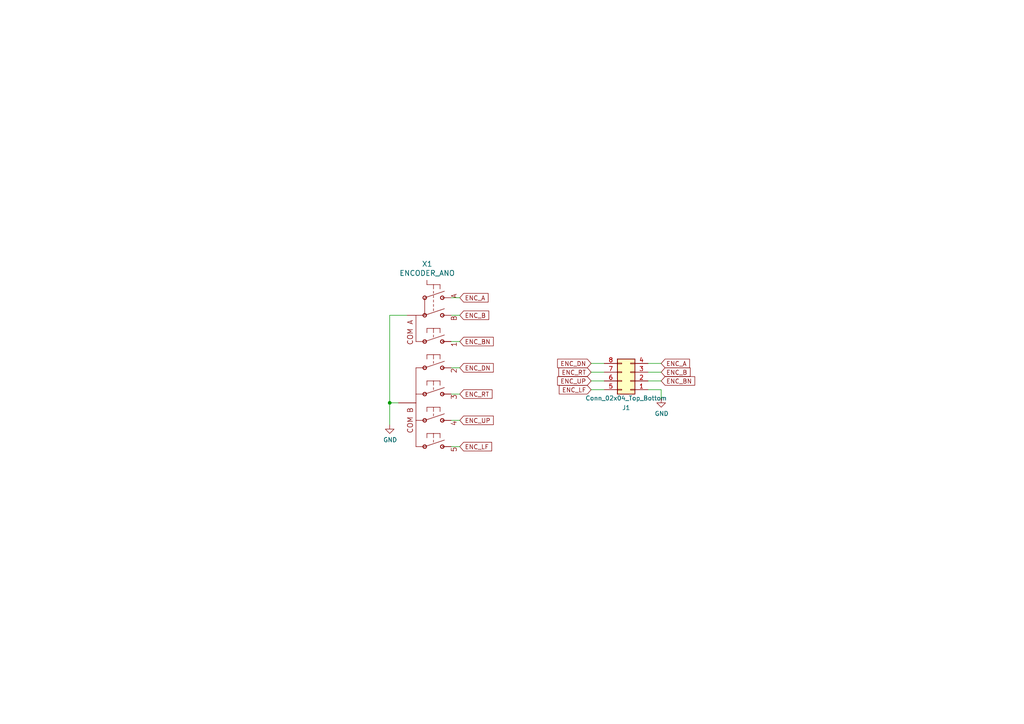
<source format=kicad_sch>
(kicad_sch (version 20211123) (generator eeschema)

  (uuid de677957-810a-4edb-90e4-84b5adf3c8f1)

  (paper "A4")

  (lib_symbols
    (symbol "Connector_Generic:Conn_02x04_Top_Bottom" (pin_names (offset 1.016) hide) (in_bom yes) (on_board yes)
      (property "Reference" "J" (id 0) (at 1.27 5.08 0)
        (effects (font (size 1.27 1.27)))
      )
      (property "Value" "Conn_02x04_Top_Bottom" (id 1) (at 1.27 -7.62 0)
        (effects (font (size 1.27 1.27)))
      )
      (property "Footprint" "" (id 2) (at 0 0 0)
        (effects (font (size 1.27 1.27)) hide)
      )
      (property "Datasheet" "~" (id 3) (at 0 0 0)
        (effects (font (size 1.27 1.27)) hide)
      )
      (property "ki_keywords" "connector" (id 4) (at 0 0 0)
        (effects (font (size 1.27 1.27)) hide)
      )
      (property "ki_description" "Generic connector, double row, 02x04, top/bottom pin numbering scheme (row 1: 1...pins_per_row, row2: pins_per_row+1 ... num_pins), script generated (kicad-library-utils/schlib/autogen/connector/)" (id 5) (at 0 0 0)
        (effects (font (size 1.27 1.27)) hide)
      )
      (property "ki_fp_filters" "Connector*:*_2x??_*" (id 6) (at 0 0 0)
        (effects (font (size 1.27 1.27)) hide)
      )
      (symbol "Conn_02x04_Top_Bottom_1_1"
        (rectangle (start -1.27 -4.953) (end 0 -5.207)
          (stroke (width 0.1524) (type default) (color 0 0 0 0))
          (fill (type none))
        )
        (rectangle (start -1.27 -2.413) (end 0 -2.667)
          (stroke (width 0.1524) (type default) (color 0 0 0 0))
          (fill (type none))
        )
        (rectangle (start -1.27 0.127) (end 0 -0.127)
          (stroke (width 0.1524) (type default) (color 0 0 0 0))
          (fill (type none))
        )
        (rectangle (start -1.27 2.667) (end 0 2.413)
          (stroke (width 0.1524) (type default) (color 0 0 0 0))
          (fill (type none))
        )
        (rectangle (start -1.27 3.81) (end 3.81 -6.35)
          (stroke (width 0.254) (type default) (color 0 0 0 0))
          (fill (type background))
        )
        (rectangle (start 3.81 -4.953) (end 2.54 -5.207)
          (stroke (width 0.1524) (type default) (color 0 0 0 0))
          (fill (type none))
        )
        (rectangle (start 3.81 -2.413) (end 2.54 -2.667)
          (stroke (width 0.1524) (type default) (color 0 0 0 0))
          (fill (type none))
        )
        (rectangle (start 3.81 0.127) (end 2.54 -0.127)
          (stroke (width 0.1524) (type default) (color 0 0 0 0))
          (fill (type none))
        )
        (rectangle (start 3.81 2.667) (end 2.54 2.413)
          (stroke (width 0.1524) (type default) (color 0 0 0 0))
          (fill (type none))
        )
        (pin passive line (at -5.08 2.54 0) (length 3.81)
          (name "Pin_1" (effects (font (size 1.27 1.27))))
          (number "1" (effects (font (size 1.27 1.27))))
        )
        (pin passive line (at -5.08 0 0) (length 3.81)
          (name "Pin_2" (effects (font (size 1.27 1.27))))
          (number "2" (effects (font (size 1.27 1.27))))
        )
        (pin passive line (at -5.08 -2.54 0) (length 3.81)
          (name "Pin_3" (effects (font (size 1.27 1.27))))
          (number "3" (effects (font (size 1.27 1.27))))
        )
        (pin passive line (at -5.08 -5.08 0) (length 3.81)
          (name "Pin_4" (effects (font (size 1.27 1.27))))
          (number "4" (effects (font (size 1.27 1.27))))
        )
        (pin passive line (at 7.62 2.54 180) (length 3.81)
          (name "Pin_5" (effects (font (size 1.27 1.27))))
          (number "5" (effects (font (size 1.27 1.27))))
        )
        (pin passive line (at 7.62 0 180) (length 3.81)
          (name "Pin_6" (effects (font (size 1.27 1.27))))
          (number "6" (effects (font (size 1.27 1.27))))
        )
        (pin passive line (at 7.62 -2.54 180) (length 3.81)
          (name "Pin_7" (effects (font (size 1.27 1.27))))
          (number "7" (effects (font (size 1.27 1.27))))
        )
        (pin passive line (at 7.62 -5.08 180) (length 3.81)
          (name "Pin_8" (effects (font (size 1.27 1.27))))
          (number "8" (effects (font (size 1.27 1.27))))
        )
      )
    )
    (symbol "power:GND" (power) (pin_names (offset 0)) (in_bom yes) (on_board yes)
      (property "Reference" "#PWR" (id 0) (at 0 -6.35 0)
        (effects (font (size 1.27 1.27)) hide)
      )
      (property "Value" "GND" (id 1) (at 0 -3.81 0)
        (effects (font (size 1.27 1.27)))
      )
      (property "Footprint" "" (id 2) (at 0 0 0)
        (effects (font (size 1.27 1.27)) hide)
      )
      (property "Datasheet" "" (id 3) (at 0 0 0)
        (effects (font (size 1.27 1.27)) hide)
      )
      (property "ki_keywords" "power-flag" (id 4) (at 0 0 0)
        (effects (font (size 1.27 1.27)) hide)
      )
      (property "ki_description" "Power symbol creates a global label with name \"GND\" , ground" (id 5) (at 0 0 0)
        (effects (font (size 1.27 1.27)) hide)
      )
      (symbol "GND_0_1"
        (polyline
          (pts
            (xy 0 0)
            (xy 0 -1.27)
            (xy 1.27 -1.27)
            (xy 0 -2.54)
            (xy -1.27 -1.27)
            (xy 0 -1.27)
          )
          (stroke (width 0) (type default) (color 0 0 0 0))
          (fill (type none))
        )
      )
      (symbol "GND_1_1"
        (pin power_in line (at 0 0 270) (length 0) hide
          (name "GND" (effects (font (size 1.27 1.27))))
          (number "1" (effects (font (size 1.27 1.27))))
        )
      )
    )
    (symbol "thumbler-eagle-import:ENCODER_ANO" (pin_names (offset 1.016)) (in_bom yes) (on_board yes)
      (property "Reference" "X" (id 0) (at -1.905 13.97 0)
        (effects (font (size 1.4986 1.4986)) (justify left bottom))
      )
      (property "Value" "ENCODER_ANO" (id 1) (at -1.905 11.43 0)
        (effects (font (size 1.4986 1.4986)) (justify left bottom))
      )
      (property "Footprint" "" (id 2) (at 0 0 0)
        (effects (font (size 1.27 1.27)) hide)
      )
      (property "Datasheet" "" (id 3) (at 0 0 0)
        (effects (font (size 1.27 1.27)) hide)
      )
      (property "ki_locked" "" (id 4) (at 0 0 0)
        (effects (font (size 1.27 1.27)))
      )
      (symbol "ENCODER_ANO_1_0"
        (circle (center -2.54 -38.1) (radius 0.508)
          (stroke (width 0.254) (type default) (color 0 0 0 0))
          (fill (type none))
        )
        (circle (center -2.54 -30.48) (radius 0.508)
          (stroke (width 0.254) (type default) (color 0 0 0 0))
          (fill (type none))
        )
        (circle (center -2.54 -22.86) (radius 0.508)
          (stroke (width 0.254) (type default) (color 0 0 0 0))
          (fill (type none))
        )
        (circle (center -2.54 -15.24) (radius 0.508)
          (stroke (width 0.254) (type default) (color 0 0 0 0))
          (fill (type none))
        )
        (circle (center -2.54 -7.62) (radius 0.508)
          (stroke (width 0.254) (type default) (color 0 0 0 0))
          (fill (type none))
        )
        (circle (center -2.54 0) (radius 0.508)
          (stroke (width 0.254) (type default) (color 0 0 0 0))
          (fill (type none))
        )
        (circle (center -2.54 5.08) (radius 0.508)
          (stroke (width 0.254) (type default) (color 0 0 0 0))
          (fill (type none))
        )
        (polyline
          (pts
            (xy -5.08 -38.1)
            (xy -2.54 -38.1)
          )
          (stroke (width 0) (type default) (color 0 0 0 0))
          (fill (type none))
        )
        (polyline
          (pts
            (xy -5.08 -30.48)
            (xy -5.08 -38.1)
          )
          (stroke (width 0) (type default) (color 0 0 0 0))
          (fill (type none))
        )
        (polyline
          (pts
            (xy -5.08 -22.86)
            (xy -5.08 -30.48)
          )
          (stroke (width 0) (type default) (color 0 0 0 0))
          (fill (type none))
        )
        (polyline
          (pts
            (xy -5.08 -15.24)
            (xy -5.08 -22.86)
          )
          (stroke (width 0) (type default) (color 0 0 0 0))
          (fill (type none))
        )
        (polyline
          (pts
            (xy -5.08 -7.62)
            (xy -5.08 0)
          )
          (stroke (width 0) (type default) (color 0 0 0 0))
          (fill (type none))
        )
        (polyline
          (pts
            (xy -5.08 0)
            (xy -2.54 0)
          )
          (stroke (width 0) (type default) (color 0 0 0 0))
          (fill (type none))
        )
        (polyline
          (pts
            (xy -2.54 -38.1)
            (xy 3.175 -36.195)
          )
          (stroke (width 0) (type default) (color 0 0 0 0))
          (fill (type none))
        )
        (polyline
          (pts
            (xy -2.54 -30.48)
            (xy -5.08 -30.48)
          )
          (stroke (width 0) (type default) (color 0 0 0 0))
          (fill (type none))
        )
        (polyline
          (pts
            (xy -2.54 -30.48)
            (xy 3.175 -28.575)
          )
          (stroke (width 0) (type default) (color 0 0 0 0))
          (fill (type none))
        )
        (polyline
          (pts
            (xy -2.54 -22.86)
            (xy -5.08 -22.86)
          )
          (stroke (width 0) (type default) (color 0 0 0 0))
          (fill (type none))
        )
        (polyline
          (pts
            (xy -2.54 -22.86)
            (xy 3.175 -20.955)
          )
          (stroke (width 0) (type default) (color 0 0 0 0))
          (fill (type none))
        )
        (polyline
          (pts
            (xy -2.54 -15.24)
            (xy -5.08 -15.24)
          )
          (stroke (width 0) (type default) (color 0 0 0 0))
          (fill (type none))
        )
        (polyline
          (pts
            (xy -2.54 -15.24)
            (xy 3.175 -13.335)
          )
          (stroke (width 0) (type default) (color 0 0 0 0))
          (fill (type none))
        )
        (polyline
          (pts
            (xy -2.54 -7.62)
            (xy -5.08 -7.62)
          )
          (stroke (width 0) (type default) (color 0 0 0 0))
          (fill (type none))
        )
        (polyline
          (pts
            (xy -2.54 -7.62)
            (xy 3.175 -5.715)
          )
          (stroke (width 0) (type default) (color 0 0 0 0))
          (fill (type none))
        )
        (polyline
          (pts
            (xy -2.54 0)
            (xy -2.54 5.08)
          )
          (stroke (width 0) (type default) (color 0 0 0 0))
          (fill (type none))
        )
        (polyline
          (pts
            (xy -2.54 0)
            (xy 3.175 1.905)
          )
          (stroke (width 0) (type default) (color 0 0 0 0))
          (fill (type none))
        )
        (polyline
          (pts
            (xy -2.54 5.08)
            (xy 3.175 6.985)
          )
          (stroke (width 0) (type default) (color 0 0 0 0))
          (fill (type none))
        )
        (polyline
          (pts
            (xy -1.905 -34.29)
            (xy -1.905 -35.56)
          )
          (stroke (width 0) (type default) (color 0 0 0 0))
          (fill (type none))
        )
        (polyline
          (pts
            (xy -1.905 -26.67)
            (xy -1.905 -27.94)
          )
          (stroke (width 0) (type default) (color 0 0 0 0))
          (fill (type none))
        )
        (polyline
          (pts
            (xy -1.905 -19.05)
            (xy -1.905 -20.32)
          )
          (stroke (width 0) (type default) (color 0 0 0 0))
          (fill (type none))
        )
        (polyline
          (pts
            (xy -1.905 -11.43)
            (xy -1.905 -12.7)
          )
          (stroke (width 0) (type default) (color 0 0 0 0))
          (fill (type none))
        )
        (polyline
          (pts
            (xy -1.905 -3.81)
            (xy -1.905 -5.08)
          )
          (stroke (width 0) (type default) (color 0 0 0 0))
          (fill (type none))
        )
        (polyline
          (pts
            (xy -1.905 8.89)
            (xy -1.905 10.16)
          )
          (stroke (width 0) (type default) (color 0 0 0 0))
          (fill (type none))
        )
        (polyline
          (pts
            (xy 0 -36.195)
            (xy 0 -36.83)
          )
          (stroke (width 0) (type default) (color 0 0 0 0))
          (fill (type none))
        )
        (polyline
          (pts
            (xy 0 -34.29)
            (xy -1.905 -34.29)
          )
          (stroke (width 0) (type default) (color 0 0 0 0))
          (fill (type none))
        )
        (polyline
          (pts
            (xy 0 -34.29)
            (xy 0 -35.56)
          )
          (stroke (width 0) (type default) (color 0 0 0 0))
          (fill (type none))
        )
        (polyline
          (pts
            (xy 0 -28.575)
            (xy 0 -29.21)
          )
          (stroke (width 0) (type default) (color 0 0 0 0))
          (fill (type none))
        )
        (polyline
          (pts
            (xy 0 -26.67)
            (xy -1.905 -26.67)
          )
          (stroke (width 0) (type default) (color 0 0 0 0))
          (fill (type none))
        )
        (polyline
          (pts
            (xy 0 -26.67)
            (xy 0 -27.94)
          )
          (stroke (width 0) (type default) (color 0 0 0 0))
          (fill (type none))
        )
        (polyline
          (pts
            (xy 0 -20.955)
            (xy 0 -21.59)
          )
          (stroke (width 0) (type default) (color 0 0 0 0))
          (fill (type none))
        )
        (polyline
          (pts
            (xy 0 -19.05)
            (xy -1.905 -19.05)
          )
          (stroke (width 0) (type default) (color 0 0 0 0))
          (fill (type none))
        )
        (polyline
          (pts
            (xy 0 -19.05)
            (xy 0 -20.32)
          )
          (stroke (width 0) (type default) (color 0 0 0 0))
          (fill (type none))
        )
        (polyline
          (pts
            (xy 0 -13.335)
            (xy 0 -13.97)
          )
          (stroke (width 0) (type default) (color 0 0 0 0))
          (fill (type none))
        )
        (polyline
          (pts
            (xy 0 -11.43)
            (xy -1.905 -11.43)
          )
          (stroke (width 0) (type default) (color 0 0 0 0))
          (fill (type none))
        )
        (polyline
          (pts
            (xy 0 -11.43)
            (xy 0 -12.7)
          )
          (stroke (width 0) (type default) (color 0 0 0 0))
          (fill (type none))
        )
        (polyline
          (pts
            (xy 0 -5.715)
            (xy 0 -6.35)
          )
          (stroke (width 0) (type default) (color 0 0 0 0))
          (fill (type none))
        )
        (polyline
          (pts
            (xy 0 -3.81)
            (xy -1.905 -3.81)
          )
          (stroke (width 0) (type default) (color 0 0 0 0))
          (fill (type none))
        )
        (polyline
          (pts
            (xy 0 -3.81)
            (xy 0 -5.08)
          )
          (stroke (width 0) (type default) (color 0 0 0 0))
          (fill (type none))
        )
        (polyline
          (pts
            (xy 0 1.27)
            (xy 0 1.905)
          )
          (stroke (width 0) (type default) (color 0 0 0 0))
          (fill (type none))
        )
        (polyline
          (pts
            (xy 0 3.175)
            (xy 0 2.54)
          )
          (stroke (width 0) (type default) (color 0 0 0 0))
          (fill (type none))
        )
        (polyline
          (pts
            (xy 0 3.81)
            (xy 0 4.445)
          )
          (stroke (width 0) (type default) (color 0 0 0 0))
          (fill (type none))
        )
        (polyline
          (pts
            (xy 0 5.08)
            (xy 0 5.715)
          )
          (stroke (width 0) (type default) (color 0 0 0 0))
          (fill (type none))
        )
        (polyline
          (pts
            (xy 0 6.35)
            (xy 0 6.985)
          )
          (stroke (width 0) (type default) (color 0 0 0 0))
          (fill (type none))
        )
        (polyline
          (pts
            (xy 0 8.89)
            (xy -1.905 8.89)
          )
          (stroke (width 0) (type default) (color 0 0 0 0))
          (fill (type none))
        )
        (polyline
          (pts
            (xy 0 8.89)
            (xy 0 7.62)
          )
          (stroke (width 0) (type default) (color 0 0 0 0))
          (fill (type none))
        )
        (polyline
          (pts
            (xy 1.905 -34.29)
            (xy 0 -34.29)
          )
          (stroke (width 0) (type default) (color 0 0 0 0))
          (fill (type none))
        )
        (polyline
          (pts
            (xy 1.905 -34.29)
            (xy 1.905 -35.56)
          )
          (stroke (width 0) (type default) (color 0 0 0 0))
          (fill (type none))
        )
        (polyline
          (pts
            (xy 1.905 -26.67)
            (xy 0 -26.67)
          )
          (stroke (width 0) (type default) (color 0 0 0 0))
          (fill (type none))
        )
        (polyline
          (pts
            (xy 1.905 -26.67)
            (xy 1.905 -27.94)
          )
          (stroke (width 0) (type default) (color 0 0 0 0))
          (fill (type none))
        )
        (polyline
          (pts
            (xy 1.905 -19.05)
            (xy 0 -19.05)
          )
          (stroke (width 0) (type default) (color 0 0 0 0))
          (fill (type none))
        )
        (polyline
          (pts
            (xy 1.905 -19.05)
            (xy 1.905 -20.32)
          )
          (stroke (width 0) (type default) (color 0 0 0 0))
          (fill (type none))
        )
        (polyline
          (pts
            (xy 1.905 -11.43)
            (xy 0 -11.43)
          )
          (stroke (width 0) (type default) (color 0 0 0 0))
          (fill (type none))
        )
        (polyline
          (pts
            (xy 1.905 -11.43)
            (xy 1.905 -12.7)
          )
          (stroke (width 0) (type default) (color 0 0 0 0))
          (fill (type none))
        )
        (polyline
          (pts
            (xy 1.905 -3.81)
            (xy 0 -3.81)
          )
          (stroke (width 0) (type default) (color 0 0 0 0))
          (fill (type none))
        )
        (polyline
          (pts
            (xy 1.905 -3.81)
            (xy 1.905 -5.08)
          )
          (stroke (width 0) (type default) (color 0 0 0 0))
          (fill (type none))
        )
        (polyline
          (pts
            (xy 1.905 8.89)
            (xy 0 8.89)
          )
          (stroke (width 0) (type default) (color 0 0 0 0))
          (fill (type none))
        )
        (polyline
          (pts
            (xy 1.905 8.89)
            (xy 1.905 7.62)
          )
          (stroke (width 0) (type default) (color 0 0 0 0))
          (fill (type none))
        )
        (circle (center 2.54 -38.1) (radius 0.508)
          (stroke (width 0.254) (type default) (color 0 0 0 0))
          (fill (type none))
        )
        (circle (center 2.54 -30.48) (radius 0.508)
          (stroke (width 0.254) (type default) (color 0 0 0 0))
          (fill (type none))
        )
        (circle (center 2.54 -22.86) (radius 0.508)
          (stroke (width 0.254) (type default) (color 0 0 0 0))
          (fill (type none))
        )
        (circle (center 2.54 -15.24) (radius 0.508)
          (stroke (width 0.254) (type default) (color 0 0 0 0))
          (fill (type none))
        )
        (circle (center 2.54 -7.62) (radius 0.508)
          (stroke (width 0.254) (type default) (color 0 0 0 0))
          (fill (type none))
        )
        (circle (center 2.54 0) (radius 0.508)
          (stroke (width 0.254) (type default) (color 0 0 0 0))
          (fill (type none))
        )
        (circle (center 2.54 5.08) (radius 0.508)
          (stroke (width 0.254) (type default) (color 0 0 0 0))
          (fill (type none))
        )
        (text "1" (at 5.08 -7.62 900)
          (effects (font (size 1.4986 1.4986)) (justify right top))
        )
        (text "2" (at 5.08 -15.24 900)
          (effects (font (size 1.4986 1.4986)) (justify right top))
        )
        (text "3" (at 5.08 -22.86 900)
          (effects (font (size 1.4986 1.4986)) (justify right top))
        )
        (text "4" (at 5.08 -30.48 900)
          (effects (font (size 1.4986 1.4986)) (justify right top))
        )
        (text "5" (at 5.08 -38.1 900)
          (effects (font (size 1.4986 1.4986)) (justify right top))
        )
        (text "A" (at 5.08 6.35 900)
          (effects (font (size 1.4986 1.4986)) (justify right top))
        )
        (text "B" (at 5.08 0 900)
          (effects (font (size 1.4986 1.4986)) (justify right top))
        )
        (text "COM A" (at -7.62 -1.27 900)
          (effects (font (size 1.4986 1.4986)) (justify right top))
        )
        (text "COM B" (at -7.62 -26.67 900)
          (effects (font (size 1.4986 1.4986)) (justify right top))
        )
        (pin passive line (at 5.08 5.08 180) (length 2.54)
          (name "A" (effects (font (size 0 0))))
          (number "A" (effects (font (size 0 0))))
        )
        (pin passive line (at 5.08 0 180) (length 2.54)
          (name "B" (effects (font (size 0 0))))
          (number "B" (effects (font (size 0 0))))
        )
        (pin passive line (at -7.62 0 0) (length 2.54)
          (name "COMA" (effects (font (size 0 0))))
          (number "COM_A" (effects (font (size 0 0))))
        )
        (pin passive line (at -10.16 -25.4 0) (length 5.08)
          (name "COM_B" (effects (font (size 0 0))))
          (number "COM_B" (effects (font (size 0 0))))
        )
        (pin passive line (at 5.08 -7.62 180) (length 2.54)
          (name "1" (effects (font (size 0 0))))
          (number "S1" (effects (font (size 0 0))))
        )
        (pin passive line (at 5.08 -15.24 180) (length 2.54)
          (name "S2" (effects (font (size 0 0))))
          (number "S2" (effects (font (size 0 0))))
        )
        (pin passive line (at 5.08 -22.86 180) (length 2.54)
          (name "S3" (effects (font (size 0 0))))
          (number "S3" (effects (font (size 0 0))))
        )
        (pin passive line (at 5.08 -30.48 180) (length 2.54)
          (name "S4" (effects (font (size 0 0))))
          (number "S4" (effects (font (size 0 0))))
        )
        (pin passive line (at 5.08 -38.1 180) (length 2.54)
          (name "S5" (effects (font (size 0 0))))
          (number "S5" (effects (font (size 0 0))))
        )
      )
    )
  )

  (junction (at 113.03 116.84) (diameter 0) (color 0 0 0 0)
    (uuid ab084e92-ac85-429f-8874-e3b7d4c04ee0)
  )

  (wire (pts (xy 171.45 113.03) (xy 175.26 113.03))
    (stroke (width 0) (type default) (color 0 0 0 0))
    (uuid 017a978a-2140-4628-9043-7430edebba65)
  )
  (wire (pts (xy 130.81 121.92) (xy 133.35 121.92))
    (stroke (width 0) (type default) (color 0 0 0 0))
    (uuid 0bfee11c-3985-490b-bd95-c7afbbde8f13)
  )
  (wire (pts (xy 191.77 110.49) (xy 187.96 110.49))
    (stroke (width 0) (type default) (color 0 0 0 0))
    (uuid 0dc72f54-f869-470d-91e7-06ab26bb7a43)
  )
  (wire (pts (xy 130.81 114.3) (xy 133.35 114.3))
    (stroke (width 0) (type default) (color 0 0 0 0))
    (uuid 296cc2b8-f524-449f-8745-6139c9807877)
  )
  (wire (pts (xy 191.77 107.95) (xy 187.96 107.95))
    (stroke (width 0) (type default) (color 0 0 0 0))
    (uuid 39538767-8ecd-4469-b6e3-3469ab81c432)
  )
  (wire (pts (xy 113.03 116.84) (xy 113.03 123.19))
    (stroke (width 0) (type default) (color 0 0 0 0))
    (uuid 4b013e73-fe4b-471d-a858-975410ef87d8)
  )
  (wire (pts (xy 171.45 107.95) (xy 175.26 107.95))
    (stroke (width 0) (type default) (color 0 0 0 0))
    (uuid 4b98775e-164d-4bfb-a3a2-2ea5364b13c6)
  )
  (wire (pts (xy 113.03 91.44) (xy 113.03 116.84))
    (stroke (width 0) (type default) (color 0 0 0 0))
    (uuid 576437b2-56aa-4c3d-ac4c-08ed864d6854)
  )
  (wire (pts (xy 171.45 110.49) (xy 175.26 110.49))
    (stroke (width 0) (type default) (color 0 0 0 0))
    (uuid 601abd21-7327-4f1f-a333-8b3528972616)
  )
  (wire (pts (xy 130.81 106.68) (xy 133.35 106.68))
    (stroke (width 0) (type default) (color 0 0 0 0))
    (uuid 784bf027-735f-45d9-8909-a2e974b6edcb)
  )
  (wire (pts (xy 130.81 129.54) (xy 133.35 129.54))
    (stroke (width 0) (type default) (color 0 0 0 0))
    (uuid 9527c724-5dfe-4fa1-843a-4218b2fc7363)
  )
  (wire (pts (xy 191.77 113.03) (xy 191.77 115.57))
    (stroke (width 0) (type default) (color 0 0 0 0))
    (uuid 95c7b07a-c2f2-423e-b81f-1ce281e6eea7)
  )
  (wire (pts (xy 130.81 86.36) (xy 133.35 86.36))
    (stroke (width 0) (type default) (color 0 0 0 0))
    (uuid 9f6186ca-885b-4e3a-90fa-3fb058b6634b)
  )
  (wire (pts (xy 130.81 91.44) (xy 133.35 91.44))
    (stroke (width 0) (type default) (color 0 0 0 0))
    (uuid b35b560d-3045-4ae6-abd1-09030ac8b484)
  )
  (wire (pts (xy 171.45 105.41) (xy 175.26 105.41))
    (stroke (width 0) (type default) (color 0 0 0 0))
    (uuid d2610b29-69e2-424b-b1bd-40c697e3f508)
  )
  (wire (pts (xy 115.57 116.84) (xy 113.03 116.84))
    (stroke (width 0) (type default) (color 0 0 0 0))
    (uuid eb9b57a2-462b-44b3-b87e-55439767c39f)
  )
  (wire (pts (xy 191.77 105.41) (xy 187.96 105.41))
    (stroke (width 0) (type default) (color 0 0 0 0))
    (uuid ee55b9c6-667e-447c-85d1-97b7775df5f1)
  )
  (wire (pts (xy 118.11 91.44) (xy 113.03 91.44))
    (stroke (width 0) (type default) (color 0 0 0 0))
    (uuid f9363f2c-7de6-4dc6-a8bc-e3cd6a67b715)
  )
  (wire (pts (xy 191.77 113.03) (xy 187.96 113.03))
    (stroke (width 0) (type default) (color 0 0 0 0))
    (uuid fe249d53-9786-4876-a54e-0b1bf9b35ea9)
  )
  (wire (pts (xy 130.81 99.06) (xy 133.35 99.06))
    (stroke (width 0) (type default) (color 0 0 0 0))
    (uuid fe51c947-27a2-45a8-808c-204f6fc382a8)
  )

  (global_label "ENC_A" (shape input) (at 133.35 86.36 0) (fields_autoplaced)
    (effects (font (size 1.27 1.27)) (justify left))
    (uuid 19c39e0c-fdf8-4183-9beb-8d061e19c5fd)
    (property "Intersheet References" "${INTERSHEET_REFS}" (id 0) (at 141.5688 86.2806 0)
      (effects (font (size 1.27 1.27)) (justify left) hide)
    )
  )
  (global_label "ENC_RT" (shape input) (at 133.35 114.3 0) (fields_autoplaced)
    (effects (font (size 1.27 1.27)) (justify left))
    (uuid 1d9bda99-8b99-4297-9c59-88b26fc5d955)
    (property "Intersheet References" "${INTERSHEET_REFS}" (id 0) (at -87.63 -168.91 0)
      (effects (font (size 1.27 1.27)) hide)
    )
  )
  (global_label "ENC_B" (shape input) (at 133.35 91.44 0) (fields_autoplaced)
    (effects (font (size 1.27 1.27)) (justify left))
    (uuid 28217338-5bf7-4267-bbae-9f97281ae53d)
    (property "Intersheet References" "${INTERSHEET_REFS}" (id 0) (at -87.63 -168.91 0)
      (effects (font (size 1.27 1.27)) hide)
    )
  )
  (global_label "ENC_DN" (shape input) (at 133.35 106.68 0) (fields_autoplaced)
    (effects (font (size 1.27 1.27)) (justify left))
    (uuid 3a2dedb9-69cc-4c93-a8b0-451bde58c075)
    (property "Intersheet References" "${INTERSHEET_REFS}" (id 0) (at -87.63 -168.91 0)
      (effects (font (size 1.27 1.27)) hide)
    )
  )
  (global_label "ENC_BN" (shape input) (at 133.35 99.06 0) (fields_autoplaced)
    (effects (font (size 1.27 1.27)) (justify left))
    (uuid 3bcb9b5a-8bde-4d3e-bb46-2b69d91d85bb)
    (property "Intersheet References" "${INTERSHEET_REFS}" (id 0) (at -87.63 -168.91 0)
      (effects (font (size 1.27 1.27)) hide)
    )
  )
  (global_label "ENC_RT" (shape input) (at 171.45 107.95 180) (fields_autoplaced)
    (effects (font (size 1.27 1.27)) (justify right))
    (uuid 6d24c450-1d0e-4403-8877-2cda55c19a6d)
    (property "Intersheet References" "${INTERSHEET_REFS}" (id 0) (at 392.43 391.16 0)
      (effects (font (size 1.27 1.27)) hide)
    )
  )
  (global_label "ENC_BN" (shape input) (at 191.77 110.49 0) (fields_autoplaced)
    (effects (font (size 1.27 1.27)) (justify left))
    (uuid 9541de3a-bbfc-4f32-a572-2038ba8e4a6c)
    (property "Intersheet References" "${INTERSHEET_REFS}" (id 0) (at -29.21 -157.48 0)
      (effects (font (size 1.27 1.27)) hide)
    )
  )
  (global_label "ENC_UP" (shape input) (at 171.45 110.49 180) (fields_autoplaced)
    (effects (font (size 1.27 1.27)) (justify right))
    (uuid b40db803-73a1-47f9-87ed-09f361f88329)
    (property "Intersheet References" "${INTERSHEET_REFS}" (id 0) (at 392.43 401.32 0)
      (effects (font (size 1.27 1.27)) hide)
    )
  )
  (global_label "ENC_UP" (shape input) (at 133.35 121.92 0) (fields_autoplaced)
    (effects (font (size 1.27 1.27)) (justify left))
    (uuid bc4825ac-460b-4213-9c37-7ea6a67ef86c)
    (property "Intersheet References" "${INTERSHEET_REFS}" (id 0) (at -87.63 -168.91 0)
      (effects (font (size 1.27 1.27)) hide)
    )
  )
  (global_label "ENC_DN" (shape input) (at 171.45 105.41 180) (fields_autoplaced)
    (effects (font (size 1.27 1.27)) (justify right))
    (uuid bc7fc1fa-aba2-4b82-8c85-faa8059d92e8)
    (property "Intersheet References" "${INTERSHEET_REFS}" (id 0) (at 392.43 381 0)
      (effects (font (size 1.27 1.27)) hide)
    )
  )
  (global_label "ENC_LF" (shape input) (at 133.35 129.54 0) (fields_autoplaced)
    (effects (font (size 1.27 1.27)) (justify left))
    (uuid bd706183-4273-459c-9c3a-6f2f2d6e247f)
    (property "Intersheet References" "${INTERSHEET_REFS}" (id 0) (at -87.63 -168.91 0)
      (effects (font (size 1.27 1.27)) hide)
    )
  )
  (global_label "ENC_B" (shape input) (at 191.77 107.95 0) (fields_autoplaced)
    (effects (font (size 1.27 1.27)) (justify left))
    (uuid cf650523-2d02-4fa7-9e27-0b9ea6922f75)
    (property "Intersheet References" "${INTERSHEET_REFS}" (id 0) (at -29.21 -152.4 0)
      (effects (font (size 1.27 1.27)) hide)
    )
  )
  (global_label "ENC_LF" (shape input) (at 171.45 113.03 180) (fields_autoplaced)
    (effects (font (size 1.27 1.27)) (justify right))
    (uuid ede87a1c-c4d0-4ffa-87fb-7e6519b6523b)
    (property "Intersheet References" "${INTERSHEET_REFS}" (id 0) (at 392.43 411.48 0)
      (effects (font (size 1.27 1.27)) hide)
    )
  )
  (global_label "ENC_A" (shape input) (at 191.77 105.41 0) (fields_autoplaced)
    (effects (font (size 1.27 1.27)) (justify left))
    (uuid f34df4f5-6fdd-4887-bf5d-b9a593e4ae91)
    (property "Intersheet References" "${INTERSHEET_REFS}" (id 0) (at -29.21 -149.86 0)
      (effects (font (size 1.27 1.27)) hide)
    )
  )

  (symbol (lib_id "Connector_Generic:Conn_02x04_Top_Bottom") (at 182.88 110.49 180) (unit 1)
    (in_bom yes) (on_board yes)
    (uuid 753c7c0e-796a-44e2-8482-52640053e850)
    (property "Reference" "J1" (id 0) (at 181.61 118.2665 0))
    (property "Value" "Conn_02x04_Top_Bottom" (id 1) (at 181.61 115.4914 0))
    (property "Footprint" "Connector_PinHeader_2.54mm:PinHeader_2x04_P2.54mm_Vertical" (id 2) (at 182.88 110.49 0)
      (effects (font (size 1.27 1.27)) hide)
    )
    (property "Datasheet" "~" (id 3) (at 182.88 110.49 0)
      (effects (font (size 1.27 1.27)) hide)
    )
    (pin "1" (uuid d39e5eaa-69e4-4c44-84ef-b2a861d3c6b4))
    (pin "2" (uuid 31b8a054-da25-4b44-b25c-6129b0cadbd3))
    (pin "3" (uuid ef2903c2-f27e-47c6-8d7e-6b5e1f02c550))
    (pin "4" (uuid b4d9a005-c383-4c05-8a95-cda116fd99de))
    (pin "5" (uuid ddea84fd-e996-495f-a34e-30d8f97d7b93))
    (pin "6" (uuid bf8feaed-4695-4472-ab80-b9fe80bdbc81))
    (pin "7" (uuid 458e34c0-4c75-48de-b44c-4b222ad4594f))
    (pin "8" (uuid 254c82fa-99dd-48a7-84cd-dac3e456d4a8))
  )

  (symbol (lib_id "power:GND") (at 191.77 115.57 0) (unit 1)
    (in_bom yes) (on_board yes)
    (uuid 8077be77-9275-4c36-ac2a-477c3ae3c1b6)
    (property "Reference" "#PWR02" (id 0) (at 191.77 121.92 0)
      (effects (font (size 1.27 1.27)) hide)
    )
    (property "Value" "GND" (id 1) (at 191.897 119.9642 0))
    (property "Footprint" "" (id 2) (at 191.77 115.57 0)
      (effects (font (size 1.27 1.27)) hide)
    )
    (property "Datasheet" "" (id 3) (at 191.77 115.57 0)
      (effects (font (size 1.27 1.27)) hide)
    )
    (pin "1" (uuid fbb373c4-00af-4b56-8fcf-797ae8f6d614))
  )

  (symbol (lib_id "thumbler-eagle-import:ENCODER_ANO") (at 125.73 91.44 0) (unit 1)
    (in_bom yes) (on_board yes)
    (uuid ca5850ab-6c5a-4db5-8c2b-44c6fd9df73b)
    (property "Reference" "X1" (id 0) (at 123.9012 76.5556 0)
      (effects (font (size 1.4986 1.4986)))
    )
    (property "Value" "ENCODER_ANO" (id 1) (at 123.9012 79.2226 0)
      (effects (font (size 1.4986 1.4986)))
    )
    (property "Footprint" "Rotary_Encoder:ENCODER_ANO" (id 2) (at 125.73 91.44 0)
      (effects (font (size 1.27 1.27)) hide)
    )
    (property "Datasheet" "" (id 3) (at 125.73 91.44 0)
      (effects (font (size 1.27 1.27)) hide)
    )
    (pin "A" (uuid 1575c875-d320-4501-983d-694430c8fd57))
    (pin "B" (uuid c7979521-a333-449c-8022-58301e6a1719))
    (pin "COM_A" (uuid 9c63f917-4a65-4a63-91d1-f710bc23cba7))
    (pin "COM_B" (uuid 83b94b7d-7c87-416f-aaa4-f29a1c15ccd9))
    (pin "S1" (uuid 24eb6318-139b-49b4-b033-1dba8208d1d5))
    (pin "S2" (uuid e1480d78-87f9-4fec-a787-c7a7a16b3230))
    (pin "S3" (uuid 74c95b17-47ce-477d-851e-174ed2d86ac7))
    (pin "S4" (uuid 8c3dc30c-2bf8-4ac4-9e34-5a25bed02740))
    (pin "S5" (uuid 04b93922-ff08-43f4-ae0d-d2d458a39d99))
  )

  (symbol (lib_id "power:GND") (at 113.03 123.19 0) (unit 1)
    (in_bom yes) (on_board yes)
    (uuid f71a67c4-f9eb-4be1-abfd-0ef9758d3095)
    (property "Reference" "#PWR01" (id 0) (at 113.03 129.54 0)
      (effects (font (size 1.27 1.27)) hide)
    )
    (property "Value" "GND" (id 1) (at 113.157 127.5842 0))
    (property "Footprint" "" (id 2) (at 113.03 123.19 0)
      (effects (font (size 1.27 1.27)) hide)
    )
    (property "Datasheet" "" (id 3) (at 113.03 123.19 0)
      (effects (font (size 1.27 1.27)) hide)
    )
    (pin "1" (uuid 8902a116-4770-43c2-9f36-f14d4068d6d7))
  )

  (sheet_instances
    (path "/" (page "1"))
  )

  (symbol_instances
    (path "/f71a67c4-f9eb-4be1-abfd-0ef9758d3095"
      (reference "#PWR01") (unit 1) (value "GND") (footprint "")
    )
    (path "/8077be77-9275-4c36-ac2a-477c3ae3c1b6"
      (reference "#PWR02") (unit 1) (value "GND") (footprint "")
    )
    (path "/753c7c0e-796a-44e2-8482-52640053e850"
      (reference "J1") (unit 1) (value "Conn_02x04_Top_Bottom") (footprint "Connector_PinHeader_2.54mm:PinHeader_2x04_P2.54mm_Vertical")
    )
    (path "/ca5850ab-6c5a-4db5-8c2b-44c6fd9df73b"
      (reference "X1") (unit 1) (value "ENCODER_ANO") (footprint "Rotary_Encoder:ENCODER_ANO")
    )
  )
)

</source>
